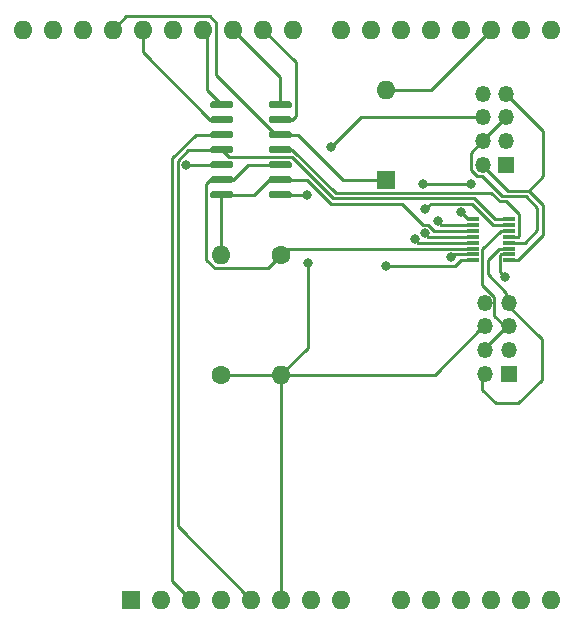
<source format=gbr>
%TF.GenerationSoftware,KiCad,Pcbnew,(5.1.9)-1*%
%TF.CreationDate,2021-02-03T21:02:23-05:00*%
%TF.ProjectId,JoystickCtrl,4a6f7973-7469-4636-9b43-74726c2e6b69,rev?*%
%TF.SameCoordinates,Original*%
%TF.FileFunction,Copper,L1,Top*%
%TF.FilePolarity,Positive*%
%FSLAX46Y46*%
G04 Gerber Fmt 4.6, Leading zero omitted, Abs format (unit mm)*
G04 Created by KiCad (PCBNEW (5.1.9)-1) date 2021-02-03 21:02:23*
%MOMM*%
%LPD*%
G01*
G04 APERTURE LIST*
%TA.AperFunction,ComponentPad*%
%ADD10O,1.350000X1.350000*%
%TD*%
%TA.AperFunction,ComponentPad*%
%ADD11R,1.350000X1.350000*%
%TD*%
%TA.AperFunction,SMDPad,CuDef*%
%ADD12R,0.977900X0.304800*%
%TD*%
%TA.AperFunction,ComponentPad*%
%ADD13O,1.600000X1.600000*%
%TD*%
%TA.AperFunction,ComponentPad*%
%ADD14R,1.600000X1.600000*%
%TD*%
%TA.AperFunction,ComponentPad*%
%ADD15C,1.600000*%
%TD*%
%TA.AperFunction,ViaPad*%
%ADD16C,0.800000*%
%TD*%
%TA.AperFunction,Conductor*%
%ADD17C,0.250000*%
%TD*%
G04 APERTURE END LIST*
D10*
%TO.P,Joystick1,8*%
%TO.N,N/C*%
X172200000Y-100600000D03*
%TO.P,Joystick1,7*%
%TO.N,Net-(Joystick1-Pad2)*%
X174200000Y-100600000D03*
%TO.P,Joystick1,6*%
%TO.N,GNDA*%
X172200000Y-102600000D03*
%TO.P,Joystick1,5*%
%TO.N,Net-(Joystick1-Pad4)*%
X174200000Y-102600000D03*
%TO.P,Joystick1,4*%
X172200000Y-104600000D03*
%TO.P,Joystick1,3*%
%TO.N,Net-(Joystick1-Pad3)*%
X174200000Y-104600000D03*
%TO.P,Joystick1,2*%
%TO.N,Net-(Joystick1-Pad2)*%
X172200000Y-106600000D03*
D11*
%TO.P,Joystick1,1*%
%TO.N,Net-(Joystick1-Pad1)*%
X174200000Y-106600000D03*
%TD*%
D10*
%TO.P,Controller1,8*%
%TO.N,N/C*%
X172000000Y-82900000D03*
%TO.P,Controller1,7*%
%TO.N,Net-(Controller1-Pad2)*%
X174000000Y-82900000D03*
%TO.P,Controller1,6*%
%TO.N,GNDA*%
X172000000Y-84900000D03*
%TO.P,Controller1,5*%
%TO.N,Net-(Controller1-Pad4)*%
X174000000Y-84900000D03*
%TO.P,Controller1,4*%
X172000000Y-86900000D03*
%TO.P,Controller1,3*%
%TO.N,Net-(Controller1-Pad3)*%
X174000000Y-86900000D03*
%TO.P,Controller1,2*%
%TO.N,Net-(Controller1-Pad2)*%
X172000000Y-88900000D03*
D11*
%TO.P,Controller1,1*%
%TO.N,Net-(Controller1-Pad1)*%
X174000000Y-88900000D03*
%TD*%
D12*
%TO.P,MUX1,16*%
%TO.N,+5V*%
X174263050Y-93500001D03*
%TO.P,MUX1,15*%
%TO.N,EnMUX*%
X174263050Y-94000000D03*
%TO.P,MUX1,14*%
%TO.N,Net-(Joystick1-Pad4)*%
X174263050Y-94500002D03*
%TO.P,MUX1,13*%
%TO.N,Xctrl*%
X174263050Y-95000000D03*
%TO.P,MUX1,12*%
%TO.N,Net-(Controller1-Pad4)*%
X174263050Y-95500000D03*
%TO.P,MUX1,11*%
%TO.N,Net-(Joystick1-Pad2)*%
X174263050Y-96000001D03*
%TO.P,MUX1,10*%
%TO.N,Yctrl*%
X174263050Y-96500000D03*
%TO.P,MUX1,9*%
%TO.N,Net-(Controller1-Pad2)*%
X174263050Y-97000002D03*
%TO.P,MUX1,8*%
%TO.N,GNDD*%
X171176950Y-96999999D03*
%TO.P,MUX1,7*%
%TO.N,Net-(Controller1-Pad3)*%
X171176950Y-96500000D03*
%TO.P,MUX1,6*%
%TO.N,VDD*%
X171176950Y-95999998D03*
%TO.P,MUX1,5*%
%TO.N,Net-(Joystick1-Pad1)*%
X171176950Y-95500000D03*
%TO.P,MUX1,4*%
%TO.N,Net-(Controller1-Pad1)*%
X171176950Y-95000000D03*
%TO.P,MUX1,3*%
%TO.N,VSS*%
X171176950Y-94499999D03*
%TO.P,MUX1,2*%
%TO.N,Net-(Joystick1-Pad3)*%
X171176950Y-94000000D03*
%TO.P,MUX1,1*%
%TO.N,MuxSwitch*%
X171176950Y-93499998D03*
%TD*%
D13*
%TO.P,A1,16*%
%TO.N,N/C*%
X175260000Y-77470000D03*
%TO.P,A1,15*%
X177800000Y-77470000D03*
%TO.P,A1,30*%
X138180000Y-77470000D03*
%TO.P,A1,14*%
X177800000Y-125730000D03*
%TO.P,A1,29*%
%TO.N,GNDD*%
X140720000Y-77470000D03*
%TO.P,A1,13*%
%TO.N,N/C*%
X175260000Y-125730000D03*
%TO.P,A1,28*%
%TO.N,CLK*%
X143260000Y-77470000D03*
%TO.P,A1,12*%
%TO.N,N/C*%
X172720000Y-125730000D03*
%TO.P,A1,27*%
X145800000Y-77470000D03*
%TO.P,A1,11*%
X170180000Y-125730000D03*
%TO.P,A1,26*%
%TO.N,MOSI*%
X148340000Y-77470000D03*
%TO.P,A1,10*%
%TO.N,N/C*%
X167640000Y-125730000D03*
%TO.P,A1,25*%
%TO.N,CS\u002A*%
X150880000Y-77470000D03*
%TO.P,A1,9*%
%TO.N,N/C*%
X165100000Y-125730000D03*
%TO.P,A1,24*%
%TO.N,SHDN\u002A*%
X153420000Y-77470000D03*
%TO.P,A1,8*%
%TO.N,N/C*%
X160020000Y-125730000D03*
%TO.P,A1,23*%
X155960000Y-77470000D03*
%TO.P,A1,7*%
X157480000Y-125730000D03*
%TO.P,A1,22*%
X160020000Y-77470000D03*
%TO.P,A1,6*%
%TO.N,GNDA*%
X154940000Y-125730000D03*
%TO.P,A1,21*%
%TO.N,N/C*%
X162560000Y-77470000D03*
%TO.P,A1,5*%
%TO.N,+5V*%
X152400000Y-125730000D03*
%TO.P,A1,20*%
%TO.N,N/C*%
X165100000Y-77470000D03*
%TO.P,A1,4*%
X149860000Y-125730000D03*
%TO.P,A1,19*%
%TO.N,EnMUX*%
X167640000Y-77470000D03*
%TO.P,A1,3*%
%TO.N,RST\u002A*%
X147320000Y-125730000D03*
%TO.P,A1,18*%
%TO.N,MuxSwitch*%
X170180000Y-77470000D03*
%TO.P,A1,2*%
%TO.N,N/C*%
X144780000Y-125730000D03*
%TO.P,A1,17*%
%TO.N,Net-(A1-Pad17)*%
X172720000Y-77470000D03*
D14*
%TO.P,A1,1*%
%TO.N,N/C*%
X142240000Y-125730000D03*
D13*
%TO.P,A1,31*%
X135640000Y-77470000D03*
%TO.P,A1,32*%
X133100000Y-77470000D03*
%TD*%
%TO.P,R2,2*%
%TO.N,VSS*%
X149860000Y-96520000D03*
D15*
%TO.P,R2,1*%
%TO.N,GNDA*%
X149860000Y-106680000D03*
%TD*%
D13*
%TO.P,R1,2*%
%TO.N,GNDA*%
X154940000Y-106680000D03*
D15*
%TO.P,R1,1*%
%TO.N,VDD*%
X154940000Y-96520000D03*
%TD*%
D13*
%TO.P,SW1,2*%
%TO.N,Net-(A1-Pad17)*%
X163830000Y-82550000D03*
D14*
%TO.P,SW1,1*%
%TO.N,GNDD*%
X163830000Y-90170000D03*
%TD*%
%TO.P,DigiPOT1,14*%
%TO.N,VSS*%
%TA.AperFunction,SMDPad,CuDef*%
G36*
G01*
X150900000Y-91290000D02*
X150900000Y-91590000D01*
G75*
G02*
X150750000Y-91740000I-150000J0D01*
G01*
X149100000Y-91740000D01*
G75*
G02*
X148950000Y-91590000I0J150000D01*
G01*
X148950000Y-91290000D01*
G75*
G02*
X149100000Y-91140000I150000J0D01*
G01*
X150750000Y-91140000D01*
G75*
G02*
X150900000Y-91290000I0J-150000D01*
G01*
G37*
%TD.AperFunction*%
%TO.P,DigiPOT1,13*%
%TO.N,VDD*%
%TA.AperFunction,SMDPad,CuDef*%
G36*
G01*
X150900000Y-90020000D02*
X150900000Y-90320000D01*
G75*
G02*
X150750000Y-90470000I-150000J0D01*
G01*
X149100000Y-90470000D01*
G75*
G02*
X148950000Y-90320000I0J150000D01*
G01*
X148950000Y-90020000D01*
G75*
G02*
X149100000Y-89870000I150000J0D01*
G01*
X150750000Y-89870000D01*
G75*
G02*
X150900000Y-90020000I0J-150000D01*
G01*
G37*
%TD.AperFunction*%
%TO.P,DigiPOT1,12*%
%TO.N,Yctrl*%
%TA.AperFunction,SMDPad,CuDef*%
G36*
G01*
X150900000Y-88750000D02*
X150900000Y-89050000D01*
G75*
G02*
X150750000Y-89200000I-150000J0D01*
G01*
X149100000Y-89200000D01*
G75*
G02*
X148950000Y-89050000I0J150000D01*
G01*
X148950000Y-88750000D01*
G75*
G02*
X149100000Y-88600000I150000J0D01*
G01*
X150750000Y-88600000D01*
G75*
G02*
X150900000Y-88750000I0J-150000D01*
G01*
G37*
%TD.AperFunction*%
%TO.P,DigiPOT1,11*%
%TO.N,+5V*%
%TA.AperFunction,SMDPad,CuDef*%
G36*
G01*
X150900000Y-87480000D02*
X150900000Y-87780000D01*
G75*
G02*
X150750000Y-87930000I-150000J0D01*
G01*
X149100000Y-87930000D01*
G75*
G02*
X148950000Y-87780000I0J150000D01*
G01*
X148950000Y-87480000D01*
G75*
G02*
X149100000Y-87330000I150000J0D01*
G01*
X150750000Y-87330000D01*
G75*
G02*
X150900000Y-87480000I0J-150000D01*
G01*
G37*
%TD.AperFunction*%
%TO.P,DigiPOT1,10*%
%TO.N,RST\u002A*%
%TA.AperFunction,SMDPad,CuDef*%
G36*
G01*
X150900000Y-86210000D02*
X150900000Y-86510000D01*
G75*
G02*
X150750000Y-86660000I-150000J0D01*
G01*
X149100000Y-86660000D01*
G75*
G02*
X148950000Y-86510000I0J150000D01*
G01*
X148950000Y-86210000D01*
G75*
G02*
X149100000Y-86060000I150000J0D01*
G01*
X150750000Y-86060000D01*
G75*
G02*
X150900000Y-86210000I0J-150000D01*
G01*
G37*
%TD.AperFunction*%
%TO.P,DigiPOT1,9*%
%TO.N,CLK*%
%TA.AperFunction,SMDPad,CuDef*%
G36*
G01*
X150900000Y-84940000D02*
X150900000Y-85240000D01*
G75*
G02*
X150750000Y-85390000I-150000J0D01*
G01*
X149100000Y-85390000D01*
G75*
G02*
X148950000Y-85240000I0J150000D01*
G01*
X148950000Y-84940000D01*
G75*
G02*
X149100000Y-84790000I150000J0D01*
G01*
X150750000Y-84790000D01*
G75*
G02*
X150900000Y-84940000I0J-150000D01*
G01*
G37*
%TD.AperFunction*%
%TO.P,DigiPOT1,8*%
%TO.N,MOSI*%
%TA.AperFunction,SMDPad,CuDef*%
G36*
G01*
X150900000Y-83670000D02*
X150900000Y-83970000D01*
G75*
G02*
X150750000Y-84120000I-150000J0D01*
G01*
X149100000Y-84120000D01*
G75*
G02*
X148950000Y-83970000I0J150000D01*
G01*
X148950000Y-83670000D01*
G75*
G02*
X149100000Y-83520000I150000J0D01*
G01*
X150750000Y-83520000D01*
G75*
G02*
X150900000Y-83670000I0J-150000D01*
G01*
G37*
%TD.AperFunction*%
%TO.P,DigiPOT1,7*%
%TO.N,CS\u002A*%
%TA.AperFunction,SMDPad,CuDef*%
G36*
G01*
X155850000Y-83670000D02*
X155850000Y-83970000D01*
G75*
G02*
X155700000Y-84120000I-150000J0D01*
G01*
X154050000Y-84120000D01*
G75*
G02*
X153900000Y-83970000I0J150000D01*
G01*
X153900000Y-83670000D01*
G75*
G02*
X154050000Y-83520000I150000J0D01*
G01*
X155700000Y-83520000D01*
G75*
G02*
X155850000Y-83670000I0J-150000D01*
G01*
G37*
%TD.AperFunction*%
%TO.P,DigiPOT1,6*%
%TO.N,SHDN\u002A*%
%TA.AperFunction,SMDPad,CuDef*%
G36*
G01*
X155850000Y-84940000D02*
X155850000Y-85240000D01*
G75*
G02*
X155700000Y-85390000I-150000J0D01*
G01*
X154050000Y-85390000D01*
G75*
G02*
X153900000Y-85240000I0J150000D01*
G01*
X153900000Y-84940000D01*
G75*
G02*
X154050000Y-84790000I150000J0D01*
G01*
X155700000Y-84790000D01*
G75*
G02*
X155850000Y-84940000I0J-150000D01*
G01*
G37*
%TD.AperFunction*%
%TO.P,DigiPOT1,5*%
%TO.N,GNDD*%
%TA.AperFunction,SMDPad,CuDef*%
G36*
G01*
X155850000Y-86210000D02*
X155850000Y-86510000D01*
G75*
G02*
X155700000Y-86660000I-150000J0D01*
G01*
X154050000Y-86660000D01*
G75*
G02*
X153900000Y-86510000I0J150000D01*
G01*
X153900000Y-86210000D01*
G75*
G02*
X154050000Y-86060000I150000J0D01*
G01*
X155700000Y-86060000D01*
G75*
G02*
X155850000Y-86210000I0J-150000D01*
G01*
G37*
%TD.AperFunction*%
%TO.P,DigiPOT1,4*%
%TO.N,Xctrl*%
%TA.AperFunction,SMDPad,CuDef*%
G36*
G01*
X155850000Y-87480000D02*
X155850000Y-87780000D01*
G75*
G02*
X155700000Y-87930000I-150000J0D01*
G01*
X154050000Y-87930000D01*
G75*
G02*
X153900000Y-87780000I0J150000D01*
G01*
X153900000Y-87480000D01*
G75*
G02*
X154050000Y-87330000I150000J0D01*
G01*
X155700000Y-87330000D01*
G75*
G02*
X155850000Y-87480000I0J-150000D01*
G01*
G37*
%TD.AperFunction*%
%TO.P,DigiPOT1,3*%
%TO.N,VDD*%
%TA.AperFunction,SMDPad,CuDef*%
G36*
G01*
X155850000Y-88750000D02*
X155850000Y-89050000D01*
G75*
G02*
X155700000Y-89200000I-150000J0D01*
G01*
X154050000Y-89200000D01*
G75*
G02*
X153900000Y-89050000I0J150000D01*
G01*
X153900000Y-88750000D01*
G75*
G02*
X154050000Y-88600000I150000J0D01*
G01*
X155700000Y-88600000D01*
G75*
G02*
X155850000Y-88750000I0J-150000D01*
G01*
G37*
%TD.AperFunction*%
%TO.P,DigiPOT1,2*%
%TO.N,VSS*%
%TA.AperFunction,SMDPad,CuDef*%
G36*
G01*
X155850000Y-90020000D02*
X155850000Y-90320000D01*
G75*
G02*
X155700000Y-90470000I-150000J0D01*
G01*
X154050000Y-90470000D01*
G75*
G02*
X153900000Y-90320000I0J150000D01*
G01*
X153900000Y-90020000D01*
G75*
G02*
X154050000Y-89870000I150000J0D01*
G01*
X155700000Y-89870000D01*
G75*
G02*
X155850000Y-90020000I0J-150000D01*
G01*
G37*
%TD.AperFunction*%
%TO.P,DigiPOT1,1*%
%TO.N,GNDA*%
%TA.AperFunction,SMDPad,CuDef*%
G36*
G01*
X155850000Y-91290000D02*
X155850000Y-91590000D01*
G75*
G02*
X155700000Y-91740000I-150000J0D01*
G01*
X154050000Y-91740000D01*
G75*
G02*
X153900000Y-91590000I0J150000D01*
G01*
X153900000Y-91290000D01*
G75*
G02*
X154050000Y-91140000I150000J0D01*
G01*
X155700000Y-91140000D01*
G75*
G02*
X155850000Y-91290000I0J-150000D01*
G01*
G37*
%TD.AperFunction*%
%TD*%
D16*
%TO.N,Net-(Controller1-Pad1)*%
X167100000Y-94700000D03*
%TO.N,Net-(Controller1-Pad3)*%
X169300000Y-96724998D03*
X166915000Y-90570001D03*
X171000000Y-90570001D03*
%TO.N,Net-(Joystick1-Pad1)*%
X166252000Y-95230000D03*
%TO.N,Net-(Joystick1-Pad3)*%
X168200000Y-93700000D03*
%TO.N,GNDD*%
X163800000Y-97500000D03*
%TO.N,GNDA*%
X159200000Y-87400000D03*
X157100000Y-91500000D03*
X157200000Y-97200000D03*
%TO.N,MuxSwitch*%
X170200000Y-92924989D03*
%TO.N,Yctrl*%
X173900000Y-98400000D03*
X146900000Y-88900000D03*
%TO.N,EnMUX*%
X167126998Y-92674694D03*
%TD*%
D17*
%TO.N,Net-(A1-Pad17)*%
X167640000Y-82550000D02*
X172720000Y-77470000D01*
X163830000Y-82550000D02*
X167640000Y-82550000D01*
%TO.N,Net-(Controller1-Pad1)*%
X167400000Y-95000000D02*
X167100000Y-94700000D01*
X171176950Y-95000000D02*
X167400000Y-95000000D01*
%TO.N,Net-(Controller1-Pad2)*%
X171990000Y-89440000D02*
X171990000Y-88900000D01*
X171990000Y-88900000D02*
X174190000Y-91100000D01*
X174190000Y-91100000D02*
X175900000Y-91100000D01*
X177100000Y-86010000D02*
X173990000Y-82900000D01*
X177100000Y-89900000D02*
X177100000Y-86010000D01*
X175900000Y-91100000D02*
X177100000Y-89900000D01*
X175900000Y-91100000D02*
X177100000Y-92300000D01*
X174989400Y-97000002D02*
X174263050Y-97000002D01*
X177100000Y-94889402D02*
X174989400Y-97000002D01*
X177100000Y-92300000D02*
X177100000Y-94889402D01*
%TO.N,Net-(Controller1-Pad3)*%
X169524998Y-96500000D02*
X169300000Y-96724998D01*
X171176950Y-96500000D02*
X169524998Y-96500000D01*
X171000000Y-90570001D02*
X166915000Y-90570001D01*
%TO.N,Net-(Controller1-Pad4)*%
X171990000Y-86900000D02*
X173990000Y-84900000D01*
X170989999Y-89380001D02*
X170989999Y-87900001D01*
X171509999Y-89900001D02*
X170989999Y-89380001D01*
X171990000Y-89900001D02*
X171509999Y-89900001D01*
X175650010Y-91550010D02*
X173640009Y-91550010D01*
X176649990Y-92549990D02*
X175650010Y-91550010D01*
X176649990Y-94450010D02*
X176649990Y-92549990D01*
X173640009Y-91550010D02*
X171990000Y-89900001D01*
X175600000Y-95500000D02*
X176649990Y-94450010D01*
X170989999Y-87900001D02*
X171990000Y-86900000D01*
X174263050Y-95500000D02*
X175600000Y-95500000D01*
%TO.N,Net-(Joystick1-Pad1)*%
X166522000Y-95500000D02*
X166252000Y-95230000D01*
X171176950Y-95500000D02*
X166522000Y-95500000D01*
%TO.N,Net-(Joystick1-Pad2)*%
X171990000Y-106680000D02*
X171990000Y-107990000D01*
X171990000Y-107990000D02*
X173100000Y-109100000D01*
X173100000Y-109100000D02*
X175000000Y-109100000D01*
X175000000Y-109100000D02*
X177000000Y-107100000D01*
X177000000Y-103690000D02*
X173990000Y-100680000D01*
X177000000Y-107100000D02*
X177000000Y-103690000D01*
X173536697Y-96000001D02*
X174263050Y-96000001D01*
X172440911Y-96946779D02*
X173387689Y-96000001D01*
X172440911Y-98176317D02*
X172440911Y-96946779D01*
X173990000Y-99725406D02*
X172440911Y-98176317D01*
X173387689Y-96000001D02*
X173536697Y-96000001D01*
X173990000Y-100680000D02*
X173990000Y-99725406D01*
%TO.N,Net-(Joystick1-Pad3)*%
X168500000Y-94000000D02*
X168200000Y-93700000D01*
X171176950Y-94000000D02*
X168500000Y-94000000D01*
%TO.N,Net-(Joystick1-Pad4)*%
X171990000Y-104680000D02*
X173990000Y-102680000D01*
X172990000Y-101680000D02*
X172990000Y-100090000D01*
X173990000Y-102680000D02*
X172990000Y-101680000D01*
X172990000Y-100090000D02*
X171990901Y-99090901D01*
X173536696Y-94500002D02*
X174263050Y-94500002D01*
X171990901Y-96045797D02*
X173536696Y-94500002D01*
X171990901Y-99090901D02*
X171990901Y-96045797D01*
%TO.N,GNDD*%
X140970000Y-77720000D02*
X140720000Y-77470000D01*
X163830000Y-90170000D02*
X160170000Y-90170000D01*
X156360000Y-86360000D02*
X154875000Y-86360000D01*
X160170000Y-90170000D02*
X156360000Y-86360000D01*
X141845001Y-76344999D02*
X140720000Y-77470000D01*
X148880001Y-76344999D02*
X141845001Y-76344999D01*
X149465001Y-76929999D02*
X148880001Y-76344999D01*
X149465001Y-81326769D02*
X149465001Y-76929999D01*
X154498232Y-86360000D02*
X149465001Y-81326769D01*
X154875000Y-86360000D02*
X154498232Y-86360000D01*
X163850001Y-97449999D02*
X163800000Y-97500000D01*
X163800000Y-97500000D02*
X169700000Y-97500000D01*
X170200001Y-96999999D02*
X171176950Y-96999999D01*
X169700000Y-97500000D02*
X170200001Y-96999999D01*
%TO.N,CLK*%
X143260000Y-79400000D02*
X143260000Y-77470000D01*
X148950000Y-85090000D02*
X143260000Y-79400000D01*
X149925000Y-85090000D02*
X148950000Y-85090000D01*
%TO.N,MOSI*%
X149925000Y-83820000D02*
X148655000Y-82550000D01*
X148655000Y-77785000D02*
X148340000Y-77470000D01*
X148655000Y-82550000D02*
X148655000Y-77785000D01*
%TO.N,CS\u002A*%
X154875000Y-81465000D02*
X150880000Y-77470000D01*
X154875000Y-83820000D02*
X154875000Y-81465000D01*
%TO.N,SHDN\u002A*%
X156175010Y-80225010D02*
X153420000Y-77470000D01*
X156175010Y-84764990D02*
X156175010Y-80225010D01*
X155850000Y-85090000D02*
X156175010Y-84764990D01*
X154875000Y-85090000D02*
X155850000Y-85090000D01*
%TO.N,GNDA*%
X149860000Y-106680000D02*
X154940000Y-106680000D01*
X154940000Y-106680000D02*
X154940000Y-125730000D01*
X167990000Y-106680000D02*
X171990000Y-102680000D01*
X154940000Y-106680000D02*
X167990000Y-106680000D01*
X161700000Y-84900000D02*
X159200000Y-87400000D01*
X171990000Y-84900000D02*
X161700000Y-84900000D01*
X154935000Y-91500000D02*
X154875000Y-91440000D01*
X157100000Y-91500000D02*
X154935000Y-91500000D01*
X157200000Y-97200000D02*
X157200000Y-104400000D01*
X154940000Y-106660000D02*
X154940000Y-106680000D01*
X157200000Y-104400000D02*
X154940000Y-106660000D01*
%TO.N,+5V*%
X146174999Y-119504999D02*
X152400000Y-125730000D01*
X146174999Y-88551999D02*
X146174999Y-119504999D01*
X147096998Y-87630000D02*
X146174999Y-88551999D01*
X149925000Y-87630000D02*
X147096998Y-87630000D01*
X150550010Y-88255010D02*
X149925000Y-87630000D01*
X159366779Y-91745011D02*
X155876778Y-88255010D01*
X171284725Y-91745011D02*
X159366779Y-91745011D01*
X155876778Y-88255010D02*
X150550010Y-88255010D01*
X173039715Y-93500001D02*
X171284725Y-91745011D01*
X174263050Y-93500001D02*
X173039715Y-93500001D01*
%TO.N,RST\u002A*%
X145724989Y-124134989D02*
X147320000Y-125730000D01*
X145724989Y-88365599D02*
X145724989Y-124134989D01*
X147730588Y-86360000D02*
X145724989Y-88365599D01*
X149925000Y-86360000D02*
X147730588Y-86360000D01*
%TO.N,MuxSwitch*%
X170775009Y-93499998D02*
X170200000Y-92924989D01*
X171176950Y-93499998D02*
X170775009Y-93499998D01*
%TO.N,VSS*%
X152630000Y-91440000D02*
X149925000Y-91440000D01*
X153900000Y-90170000D02*
X152630000Y-91440000D01*
X154875000Y-90170000D02*
X153900000Y-90170000D01*
X149860000Y-91505000D02*
X149925000Y-91440000D01*
X149860000Y-96520000D02*
X149860000Y-91505000D01*
X155251768Y-90170000D02*
X154875000Y-90170000D01*
X167926997Y-94499999D02*
X171176950Y-94499999D01*
X167401997Y-93974999D02*
X167926997Y-94499999D01*
X166974999Y-93974999D02*
X167401997Y-93974999D01*
X165195021Y-92195021D02*
X166974999Y-93974999D01*
X159180379Y-92195021D02*
X165195021Y-92195021D01*
X157155358Y-90170000D02*
X159180379Y-92195021D01*
X154875000Y-90170000D02*
X157155358Y-90170000D01*
%TO.N,VDD*%
X152170000Y-88900000D02*
X154875000Y-88900000D01*
X150900000Y-90170000D02*
X152170000Y-88900000D01*
X149925000Y-90170000D02*
X150900000Y-90170000D01*
X148950000Y-90170000D02*
X149925000Y-90170000D01*
X148624990Y-90495010D02*
X148950000Y-90170000D01*
X148624990Y-96949992D02*
X148624990Y-90495010D01*
X149319999Y-97645001D02*
X148624990Y-96949992D01*
X153814999Y-97645001D02*
X149319999Y-97645001D01*
X154940000Y-96520000D02*
X153814999Y-97645001D01*
X155460002Y-95999998D02*
X154940000Y-96520000D01*
X171176950Y-95999998D02*
X155460002Y-95999998D01*
%TO.N,Yctrl*%
X150665685Y-88900000D02*
X149925000Y-88900000D01*
X173449099Y-97949099D02*
X173900000Y-98400000D01*
X173449099Y-96575001D02*
X173449099Y-97949099D01*
X173524100Y-96500000D02*
X173449099Y-96575001D01*
X174263050Y-96500000D02*
X173524100Y-96500000D01*
X146900000Y-88900000D02*
X149925000Y-88900000D01*
%TO.N,Xctrl*%
X155888178Y-87630000D02*
X154875000Y-87630000D01*
X172748590Y-91295001D02*
X159553179Y-91295001D01*
X173453608Y-92000019D02*
X172748590Y-91295001D01*
X173989421Y-92000020D02*
X173453608Y-92000019D01*
X175077001Y-93087600D02*
X173989421Y-92000020D01*
X175077001Y-94912403D02*
X175077001Y-93087600D01*
X159553179Y-91295001D02*
X155888178Y-87630000D01*
X174989404Y-95000000D02*
X175077001Y-94912403D01*
X174263050Y-95000000D02*
X174989404Y-95000000D01*
%TO.N,EnMUX*%
X172903304Y-94000000D02*
X171378303Y-92474999D01*
X174263050Y-94000000D02*
X172903304Y-94000000D01*
X167601704Y-92199988D02*
X167126998Y-92674694D01*
X171103292Y-92199988D02*
X167601704Y-92199988D01*
X171378303Y-92474999D02*
X171103292Y-92199988D01*
%TD*%
M02*

</source>
